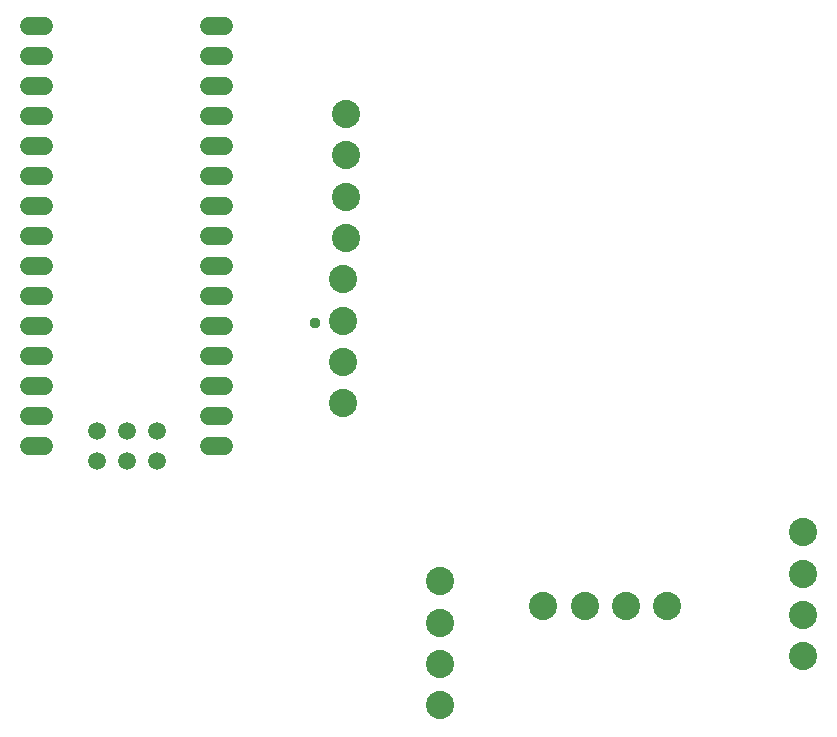
<source format=gbs>
G04 EAGLE Gerber RS-274X export*
G75*
%MOMM*%
%FSLAX34Y34*%
%LPD*%
%INBottom Solder Mask*%
%IPPOS*%
%AMOC8*
5,1,8,0,0,1.08239X$1,22.5*%
G01*
%ADD10C,2.387600*%
%ADD11C,1.511200*%
%ADD12C,1.511200*%
%ADD13C,0.959600*%


D10*
X484300Y169900D03*
X519300Y169900D03*
X554300Y169900D03*
X589300Y169900D03*
X704400Y127400D03*
X704400Y162400D03*
X704400Y197400D03*
X704400Y232400D03*
X316800Y481700D03*
X316800Y516700D03*
X316800Y551700D03*
X316800Y586700D03*
X314400Y341700D03*
X314400Y376700D03*
X314400Y411700D03*
X314400Y446700D03*
X396800Y86000D03*
X396800Y121000D03*
X396800Y156000D03*
X396800Y191000D03*
D11*
X214140Y305400D02*
X201060Y305400D01*
X201060Y330800D02*
X214140Y330800D01*
X214140Y356200D02*
X201060Y356200D01*
X201060Y381600D02*
X214140Y381600D01*
X214140Y407000D02*
X201060Y407000D01*
X201060Y432400D02*
X214140Y432400D01*
X214140Y457800D02*
X201060Y457800D01*
X201060Y483200D02*
X214140Y483200D01*
X214140Y508600D02*
X201060Y508600D01*
X201060Y534000D02*
X214140Y534000D01*
X214140Y559400D02*
X201060Y559400D01*
X201060Y584800D02*
X214140Y584800D01*
X61740Y305400D02*
X48660Y305400D01*
X48660Y330800D02*
X61740Y330800D01*
X61740Y356200D02*
X48660Y356200D01*
X48660Y508600D02*
X61740Y508600D01*
X61740Y534000D02*
X48660Y534000D01*
X48660Y559400D02*
X61740Y559400D01*
X61740Y584800D02*
X48660Y584800D01*
X48660Y661000D02*
X61740Y661000D01*
X201060Y661000D02*
X214140Y661000D01*
X214140Y635600D02*
X201060Y635600D01*
X201060Y610200D02*
X214140Y610200D01*
X61740Y635600D02*
X48660Y635600D01*
X48660Y610200D02*
X61740Y610200D01*
X61740Y381600D02*
X48660Y381600D01*
D12*
X106000Y318100D03*
X131400Y318100D03*
X156800Y318100D03*
D11*
X61740Y483200D02*
X48660Y483200D01*
X48660Y457800D02*
X61740Y457800D01*
X61740Y432400D02*
X48660Y432400D01*
X48660Y407000D02*
X61740Y407000D01*
D12*
X106000Y292700D03*
X131400Y292700D03*
X156800Y292700D03*
D13*
X291084Y409956D03*
M02*

</source>
